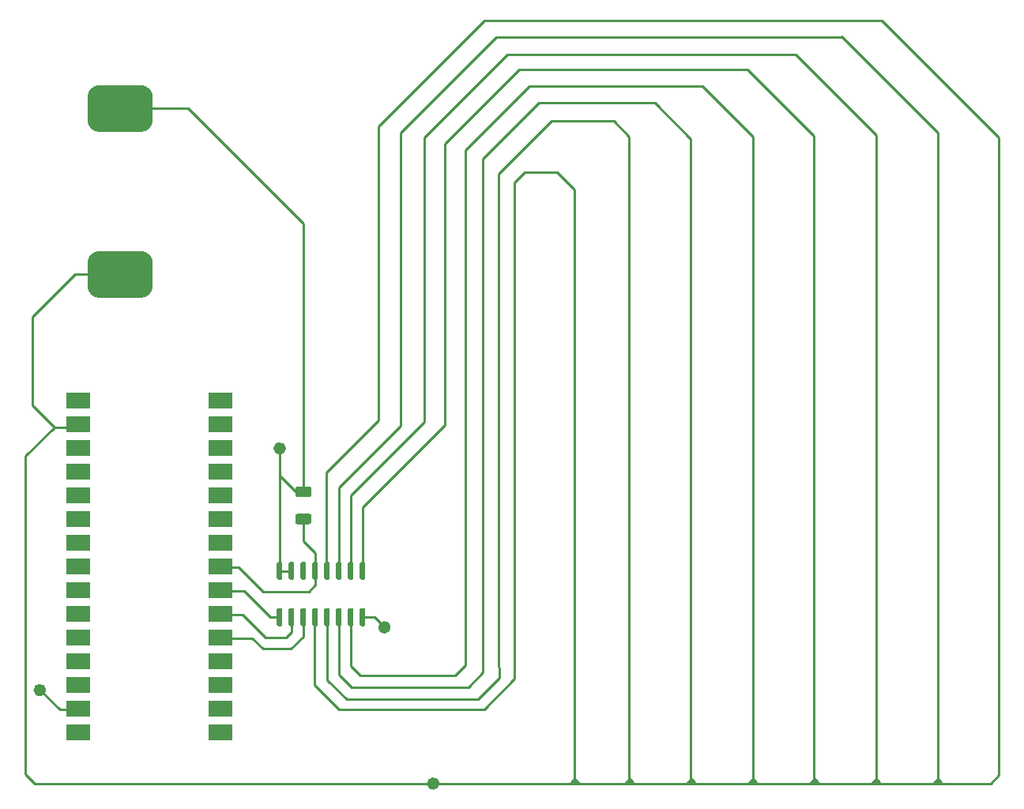
<source format=gbr>
%TF.GenerationSoftware,KiCad,Pcbnew,(6.0.7)*%
%TF.CreationDate,2022-11-27T12:30:43-05:00*%
%TF.ProjectId,single_layer_prototype,73696e67-6c65-45f6-9c61-7965725f7072,rev?*%
%TF.SameCoordinates,Original*%
%TF.FileFunction,Copper,L1,Top*%
%TF.FilePolarity,Positive*%
%FSLAX46Y46*%
G04 Gerber Fmt 4.6, Leading zero omitted, Abs format (unit mm)*
G04 Created by KiCad (PCBNEW (6.0.7)) date 2022-11-27 12:30:43*
%MOMM*%
%LPD*%
G01*
G04 APERTURE LIST*
%TA.AperFunction,NonConductor*%
%ADD10C,0.667961*%
%TD*%
%TA.AperFunction,SMDPad,CuDef*%
%ADD11R,2.500000X1.750000*%
%TD*%
%TA.AperFunction,ViaPad*%
%ADD12C,0.710000*%
%TD*%
%TA.AperFunction,Conductor*%
%ADD13C,0.250000*%
%TD*%
G04 APERTURE END LIST*
D10*
X112472209Y-86184868D02*
G75*
G03*
X112472209Y-86184868I-333980J0D01*
G01*
X123708170Y-105371029D02*
G75*
G03*
X123708170Y-105371029I-333980J0D01*
G01*
X86770180Y-112087410D02*
G75*
G03*
X86770180Y-112087410I-333980J0D01*
G01*
X128931409Y-122100468D02*
G75*
G03*
X128931409Y-122100468I-333980J0D01*
G01*
%TO.P,R1,1*%
%TO.N,GND*%
%TA.AperFunction,SMDPad,CuDef*%
G36*
G01*
X114053229Y-90265029D02*
X115303229Y-90265029D01*
G75*
G02*
X115553229Y-90515029I0J-250000D01*
G01*
X115553229Y-91140029D01*
G75*
G02*
X115303229Y-91390029I-250000J0D01*
G01*
X114053229Y-91390029D01*
G75*
G02*
X113803229Y-91140029I0J250000D01*
G01*
X113803229Y-90515029D01*
G75*
G02*
X114053229Y-90265029I250000J0D01*
G01*
G37*
%TD.AperFunction*%
%TO.P,R1,2*%
%TO.N,Net-(A1-Pad8)*%
%TA.AperFunction,SMDPad,CuDef*%
G36*
G01*
X114053229Y-93190029D02*
X115303229Y-93190029D01*
G75*
G02*
X115553229Y-93440029I0J-250000D01*
G01*
X115553229Y-94065029D01*
G75*
G02*
X115303229Y-94315029I-250000J0D01*
G01*
X114053229Y-94315029D01*
G75*
G02*
X113803229Y-94065029I0J250000D01*
G01*
X113803229Y-93440029D01*
G75*
G02*
X114053229Y-93190029I250000J0D01*
G01*
G37*
%TD.AperFunction*%
%TD*%
%TO.P,J1,1,Pin_1*%
%TO.N,GND*%
%TA.AperFunction,SMDPad,CuDef*%
G36*
G01*
X92794029Y-47270429D02*
X97294029Y-47270429D01*
G75*
G02*
X98544029Y-48520429I0J-1250000D01*
G01*
X98544029Y-51020429D01*
G75*
G02*
X97294029Y-52270429I-1250000J0D01*
G01*
X92794029Y-52270429D01*
G75*
G02*
X91544029Y-51020429I0J1250000D01*
G01*
X91544029Y-48520429D01*
G75*
G02*
X92794029Y-47270429I1250000J0D01*
G01*
G37*
%TD.AperFunction*%
%TO.P,J1,2,Pin_2*%
%TO.N,Net-(A1-Pad17)*%
%TA.AperFunction,SMDPad,CuDef*%
G36*
G01*
X92794029Y-65050429D02*
X97294029Y-65050429D01*
G75*
G02*
X98544029Y-66300429I0J-1250000D01*
G01*
X98544029Y-68800429D01*
G75*
G02*
X97294029Y-70050429I-1250000J0D01*
G01*
X92794029Y-70050429D01*
G75*
G02*
X91544029Y-68800429I0J1250000D01*
G01*
X91544029Y-66300429D01*
G75*
G02*
X92794029Y-65050429I1250000J0D01*
G01*
G37*
%TD.AperFunction*%
%TD*%
%TO.P,U1,1,D3*%
%TO.N,unconnected-(U1-Pad1)*%
%TA.AperFunction,SMDPad,CuDef*%
G36*
G01*
X120878229Y-98339629D02*
X121178229Y-98339629D01*
G75*
G02*
X121328229Y-98489629I0J-150000D01*
G01*
X121328229Y-100139629D01*
G75*
G02*
X121178229Y-100289629I-150000J0D01*
G01*
X120878229Y-100289629D01*
G75*
G02*
X120728229Y-100139629I0J150000D01*
G01*
X120728229Y-98489629D01*
G75*
G02*
X120878229Y-98339629I150000J0D01*
G01*
G37*
%TD.AperFunction*%
%TO.P,U1,2,D2*%
%TO.N,unconnected-(U1-Pad2)*%
%TA.AperFunction,SMDPad,CuDef*%
G36*
G01*
X119608229Y-98339629D02*
X119908229Y-98339629D01*
G75*
G02*
X120058229Y-98489629I0J-150000D01*
G01*
X120058229Y-100139629D01*
G75*
G02*
X119908229Y-100289629I-150000J0D01*
G01*
X119608229Y-100289629D01*
G75*
G02*
X119458229Y-100139629I0J150000D01*
G01*
X119458229Y-98489629D01*
G75*
G02*
X119608229Y-98339629I150000J0D01*
G01*
G37*
%TD.AperFunction*%
%TO.P,U1,3,D1*%
%TO.N,unconnected-(U1-Pad3)*%
%TA.AperFunction,SMDPad,CuDef*%
G36*
G01*
X118338229Y-98339629D02*
X118638229Y-98339629D01*
G75*
G02*
X118788229Y-98489629I0J-150000D01*
G01*
X118788229Y-100139629D01*
G75*
G02*
X118638229Y-100289629I-150000J0D01*
G01*
X118338229Y-100289629D01*
G75*
G02*
X118188229Y-100139629I0J150000D01*
G01*
X118188229Y-98489629D01*
G75*
G02*
X118338229Y-98339629I150000J0D01*
G01*
G37*
%TD.AperFunction*%
%TO.P,U1,4,D0*%
%TO.N,unconnected-(U1-Pad4)*%
%TA.AperFunction,SMDPad,CuDef*%
G36*
G01*
X117068229Y-98339629D02*
X117368229Y-98339629D01*
G75*
G02*
X117518229Y-98489629I0J-150000D01*
G01*
X117518229Y-100139629D01*
G75*
G02*
X117368229Y-100289629I-150000J0D01*
G01*
X117068229Y-100289629D01*
G75*
G02*
X116918229Y-100139629I0J150000D01*
G01*
X116918229Y-98489629D01*
G75*
G02*
X117068229Y-98339629I150000J0D01*
G01*
G37*
%TD.AperFunction*%
%TO.P,U1,5,Y*%
%TO.N,Net-(A1-Pad8)*%
%TA.AperFunction,SMDPad,CuDef*%
G36*
G01*
X115798229Y-98339629D02*
X116098229Y-98339629D01*
G75*
G02*
X116248229Y-98489629I0J-150000D01*
G01*
X116248229Y-100139629D01*
G75*
G02*
X116098229Y-100289629I-150000J0D01*
G01*
X115798229Y-100289629D01*
G75*
G02*
X115648229Y-100139629I0J150000D01*
G01*
X115648229Y-98489629D01*
G75*
G02*
X115798229Y-98339629I150000J0D01*
G01*
G37*
%TD.AperFunction*%
%TO.P,U1,6,W*%
%TO.N,unconnected-(U1-Pad6)*%
%TA.AperFunction,SMDPad,CuDef*%
G36*
G01*
X114528229Y-98339629D02*
X114828229Y-98339629D01*
G75*
G02*
X114978229Y-98489629I0J-150000D01*
G01*
X114978229Y-100139629D01*
G75*
G02*
X114828229Y-100289629I-150000J0D01*
G01*
X114528229Y-100289629D01*
G75*
G02*
X114378229Y-100139629I0J150000D01*
G01*
X114378229Y-98489629D01*
G75*
G02*
X114528229Y-98339629I150000J0D01*
G01*
G37*
%TD.AperFunction*%
%TO.P,U1,7,G'*%
%TO.N,GND*%
%TA.AperFunction,SMDPad,CuDef*%
G36*
G01*
X113258229Y-98339629D02*
X113558229Y-98339629D01*
G75*
G02*
X113708229Y-98489629I0J-150000D01*
G01*
X113708229Y-100139629D01*
G75*
G02*
X113558229Y-100289629I-150000J0D01*
G01*
X113258229Y-100289629D01*
G75*
G02*
X113108229Y-100139629I0J150000D01*
G01*
X113108229Y-98489629D01*
G75*
G02*
X113258229Y-98339629I150000J0D01*
G01*
G37*
%TD.AperFunction*%
%TO.P,U1,8,GND*%
%TA.AperFunction,SMDPad,CuDef*%
G36*
G01*
X111988229Y-98339629D02*
X112288229Y-98339629D01*
G75*
G02*
X112438229Y-98489629I0J-150000D01*
G01*
X112438229Y-100139629D01*
G75*
G02*
X112288229Y-100289629I-150000J0D01*
G01*
X111988229Y-100289629D01*
G75*
G02*
X111838229Y-100139629I0J150000D01*
G01*
X111838229Y-98489629D01*
G75*
G02*
X111988229Y-98339629I150000J0D01*
G01*
G37*
%TD.AperFunction*%
%TO.P,U1,9,C*%
%TO.N,Net-(A1-Pad7)*%
%TA.AperFunction,SMDPad,CuDef*%
G36*
G01*
X111988229Y-103289629D02*
X112288229Y-103289629D01*
G75*
G02*
X112438229Y-103439629I0J-150000D01*
G01*
X112438229Y-105089629D01*
G75*
G02*
X112288229Y-105239629I-150000J0D01*
G01*
X111988229Y-105239629D01*
G75*
G02*
X111838229Y-105089629I0J150000D01*
G01*
X111838229Y-103439629D01*
G75*
G02*
X111988229Y-103289629I150000J0D01*
G01*
G37*
%TD.AperFunction*%
%TO.P,U1,10,B*%
%TO.N,Net-(A1-Pad6)*%
%TA.AperFunction,SMDPad,CuDef*%
G36*
G01*
X113258229Y-103289629D02*
X113558229Y-103289629D01*
G75*
G02*
X113708229Y-103439629I0J-150000D01*
G01*
X113708229Y-105089629D01*
G75*
G02*
X113558229Y-105239629I-150000J0D01*
G01*
X113258229Y-105239629D01*
G75*
G02*
X113108229Y-105089629I0J150000D01*
G01*
X113108229Y-103439629D01*
G75*
G02*
X113258229Y-103289629I150000J0D01*
G01*
G37*
%TD.AperFunction*%
%TO.P,U1,11,A*%
%TO.N,Net-(A1-Pad5)*%
%TA.AperFunction,SMDPad,CuDef*%
G36*
G01*
X114528229Y-103289629D02*
X114828229Y-103289629D01*
G75*
G02*
X114978229Y-103439629I0J-150000D01*
G01*
X114978229Y-105089629D01*
G75*
G02*
X114828229Y-105239629I-150000J0D01*
G01*
X114528229Y-105239629D01*
G75*
G02*
X114378229Y-105089629I0J150000D01*
G01*
X114378229Y-103439629D01*
G75*
G02*
X114528229Y-103289629I150000J0D01*
G01*
G37*
%TD.AperFunction*%
%TO.P,U1,12,D7*%
%TO.N,unconnected-(U1-Pad12)*%
%TA.AperFunction,SMDPad,CuDef*%
G36*
G01*
X115798229Y-103289629D02*
X116098229Y-103289629D01*
G75*
G02*
X116248229Y-103439629I0J-150000D01*
G01*
X116248229Y-105089629D01*
G75*
G02*
X116098229Y-105239629I-150000J0D01*
G01*
X115798229Y-105239629D01*
G75*
G02*
X115648229Y-105089629I0J150000D01*
G01*
X115648229Y-103439629D01*
G75*
G02*
X115798229Y-103289629I150000J0D01*
G01*
G37*
%TD.AperFunction*%
%TO.P,U1,13,D6*%
%TO.N,unconnected-(U1-Pad13)*%
%TA.AperFunction,SMDPad,CuDef*%
G36*
G01*
X117068229Y-103289629D02*
X117368229Y-103289629D01*
G75*
G02*
X117518229Y-103439629I0J-150000D01*
G01*
X117518229Y-105089629D01*
G75*
G02*
X117368229Y-105239629I-150000J0D01*
G01*
X117068229Y-105239629D01*
G75*
G02*
X116918229Y-105089629I0J150000D01*
G01*
X116918229Y-103439629D01*
G75*
G02*
X117068229Y-103289629I150000J0D01*
G01*
G37*
%TD.AperFunction*%
%TO.P,U1,14,D5*%
%TO.N,unconnected-(U1-Pad14)*%
%TA.AperFunction,SMDPad,CuDef*%
G36*
G01*
X118338229Y-103289629D02*
X118638229Y-103289629D01*
G75*
G02*
X118788229Y-103439629I0J-150000D01*
G01*
X118788229Y-105089629D01*
G75*
G02*
X118638229Y-105239629I-150000J0D01*
G01*
X118338229Y-105239629D01*
G75*
G02*
X118188229Y-105089629I0J150000D01*
G01*
X118188229Y-103439629D01*
G75*
G02*
X118338229Y-103289629I150000J0D01*
G01*
G37*
%TD.AperFunction*%
%TO.P,U1,15,D4*%
%TO.N,unconnected-(U1-Pad15)*%
%TA.AperFunction,SMDPad,CuDef*%
G36*
G01*
X119608229Y-103289629D02*
X119908229Y-103289629D01*
G75*
G02*
X120058229Y-103439629I0J-150000D01*
G01*
X120058229Y-105089629D01*
G75*
G02*
X119908229Y-105239629I-150000J0D01*
G01*
X119608229Y-105239629D01*
G75*
G02*
X119458229Y-105089629I0J150000D01*
G01*
X119458229Y-103439629D01*
G75*
G02*
X119608229Y-103289629I150000J0D01*
G01*
G37*
%TD.AperFunction*%
%TO.P,U1,16,Vcc*%
%TO.N,Net-(A1-Pad17)*%
%TA.AperFunction,SMDPad,CuDef*%
G36*
G01*
X120878229Y-103289629D02*
X121178229Y-103289629D01*
G75*
G02*
X121328229Y-103439629I0J-150000D01*
G01*
X121328229Y-105089629D01*
G75*
G02*
X121178229Y-105239629I-150000J0D01*
G01*
X120878229Y-105239629D01*
G75*
G02*
X120728229Y-105089629I0J150000D01*
G01*
X120728229Y-103439629D01*
G75*
G02*
X120878229Y-103289629I150000J0D01*
G01*
G37*
%TD.AperFunction*%
%TD*%
D11*
%TO.P,A1,1,D1/TX*%
%TO.N,unconnected-(A1-Pad1)*%
X105778229Y-116648629D03*
%TO.P,A1,2,D0/RX*%
%TO.N,unconnected-(A1-Pad2)*%
X105778229Y-114108629D03*
%TO.P,A1,3,~{RESET}*%
%TO.N,unconnected-(A1-Pad3)*%
X105778229Y-111568629D03*
%TO.P,A1,4,GND*%
%TO.N,GND*%
X105778229Y-109028629D03*
%TO.P,A1,5,D2*%
%TO.N,Net-(A1-Pad5)*%
X105778229Y-106488629D03*
%TO.P,A1,6,D3*%
%TO.N,Net-(A1-Pad6)*%
X105778229Y-103948629D03*
%TO.P,A1,7,D4*%
%TO.N,Net-(A1-Pad7)*%
X105778229Y-101408629D03*
%TO.P,A1,8,D5*%
%TO.N,Net-(A1-Pad8)*%
X105778229Y-98868629D03*
%TO.P,A1,9,D6*%
%TO.N,unconnected-(A1-Pad9)*%
X105778229Y-96328629D03*
%TO.P,A1,10,D7*%
%TO.N,unconnected-(A1-Pad10)*%
X105778229Y-93788629D03*
%TO.P,A1,11,D8*%
%TO.N,unconnected-(A1-Pad11)*%
X105778229Y-91248629D03*
%TO.P,A1,12,D9*%
%TO.N,unconnected-(A1-Pad12)*%
X105778229Y-88708629D03*
%TO.P,A1,13,D10*%
%TO.N,unconnected-(A1-Pad13)*%
X105778229Y-86168629D03*
%TO.P,A1,14,D11*%
%TO.N,unconnected-(A1-Pad14)*%
X105778229Y-83628629D03*
%TO.P,A1,15,D12*%
%TO.N,unconnected-(A1-Pad15)*%
X105778229Y-81088629D03*
%TO.P,A1,16,D13*%
%TO.N,unconnected-(A1-Pad16)*%
X90538229Y-81088629D03*
%TO.P,A1,17,3V3*%
%TO.N,Net-(A1-Pad17)*%
X90538229Y-83628629D03*
%TO.P,A1,18,AREF*%
%TO.N,unconnected-(A1-Pad18)*%
X90538229Y-86168629D03*
%TO.P,A1,19,A0*%
%TO.N,unconnected-(A1-Pad19)*%
X90538229Y-88708629D03*
%TO.P,A1,20,A1*%
%TO.N,unconnected-(A1-Pad20)*%
X90538229Y-91248629D03*
%TO.P,A1,21,A2*%
%TO.N,unconnected-(A1-Pad21)*%
X90538229Y-93788629D03*
%TO.P,A1,22,A3*%
%TO.N,unconnected-(A1-Pad22)*%
X90538229Y-96328629D03*
%TO.P,A1,23,A4*%
%TO.N,unconnected-(A1-Pad23)*%
X90538229Y-98868629D03*
%TO.P,A1,24,A5*%
%TO.N,unconnected-(A1-Pad24)*%
X90538229Y-101408629D03*
%TO.P,A1,25,A6*%
%TO.N,unconnected-(A1-Pad25)*%
X90538229Y-103948629D03*
%TO.P,A1,26,A7*%
%TO.N,unconnected-(A1-Pad26)*%
X90538229Y-106488629D03*
%TO.P,A1,27,+5V*%
%TO.N,unconnected-(A1-Pad27)*%
X90538229Y-109028629D03*
%TO.P,A1,28,~{RESET}*%
%TO.N,unconnected-(A1-Pad28)*%
X90538229Y-111568629D03*
%TO.P,A1,29,GND*%
%TO.N,GND*%
X90538229Y-114108629D03*
%TO.P,A1,30,VIN*%
%TO.N,unconnected-(A1-Pad30)*%
X90538229Y-116648629D03*
%TD*%
D12*
%TO.N,*%
X123374190Y-105371029D03*
X86436200Y-112087410D03*
X112138229Y-86184868D03*
X128597429Y-122100468D03*
%TD*%
D13*
%TO.N,Net-(A1-Pad17)*%
X85674200Y-72059800D02*
X90183571Y-67550429D01*
X88008229Y-83908029D02*
X85674200Y-81574000D01*
X85674200Y-81574000D02*
X85674200Y-72059800D01*
X90183571Y-67550429D02*
X95044029Y-67550429D01*
%TO.N,GND*%
X112163629Y-99314629D02*
X113433629Y-99314629D01*
X112138229Y-89089629D02*
X112138229Y-86117829D01*
X114678229Y-62089429D02*
X114678229Y-90827529D01*
X113876129Y-90827529D02*
X112138229Y-89089629D01*
X114678229Y-90827529D02*
X113876129Y-90827529D01*
X95044029Y-49770429D02*
X102359229Y-49770429D01*
X102359229Y-49770429D02*
X114678229Y-62089429D01*
X112138229Y-99314629D02*
X112138229Y-89089629D01*
X88595200Y-114179371D02*
X86436200Y-112020371D01*
X89357200Y-114179371D02*
X88595200Y-114179371D01*
%TO.N,Net-(A1-Pad8)*%
X115948229Y-99716780D02*
X115948229Y-100799029D01*
X115973629Y-99314629D02*
X115973629Y-99691380D01*
X115948229Y-99314629D02*
X115948229Y-97395429D01*
X114678229Y-96125429D02*
X114678229Y-93752529D01*
X115237029Y-101510229D02*
X110385629Y-101510229D01*
X107769429Y-98894029D02*
X105854429Y-98894029D01*
X110385629Y-101510229D02*
X107769429Y-98894029D01*
X115973629Y-99691380D02*
X115948229Y-99716780D01*
X115948229Y-100799029D02*
X115237029Y-101510229D01*
X115948229Y-97395429D02*
X114678229Y-96125429D01*
%TO.N,Net-(A1-Pad5)*%
X114678229Y-106361629D02*
X113357429Y-107682429D01*
X109191829Y-106514029D02*
X105854429Y-106514029D01*
X110360229Y-107682429D02*
X109191829Y-106514029D01*
X114678229Y-104239229D02*
X114678229Y-106361629D01*
X113357429Y-107682429D02*
X110360229Y-107682429D01*
%TO.N,Net-(A1-Pad6)*%
X113408229Y-105904429D02*
X112849429Y-106463229D01*
X113408229Y-104239229D02*
X113408229Y-105904429D01*
X112849429Y-106463229D02*
X110639629Y-106463229D01*
X108150429Y-103974029D02*
X105854429Y-103974029D01*
X110639629Y-106463229D02*
X108150429Y-103974029D01*
%TO.N,Net-(A1-Pad7)*%
X111108029Y-104239229D02*
X108302829Y-101434029D01*
X112138229Y-104239229D02*
X111108029Y-104239229D01*
X108302829Y-101434029D02*
X105854429Y-101434029D01*
%TO.N,Net-(A1-Pad17)*%
X118488229Y-114159429D02*
X115897429Y-111568629D01*
X144012458Y-121988087D02*
X143504458Y-121988087D01*
X135633229Y-109612829D02*
X135684029Y-109663629D01*
X119834429Y-111771829D02*
X118462829Y-110400229D01*
X137309629Y-57669829D02*
X137309629Y-110882829D01*
X176775404Y-40316171D02*
X134112000Y-40316171D01*
X133931429Y-110197029D02*
X132356629Y-111771829D01*
X135331200Y-42119571D02*
X133549085Y-43901685D01*
X162842087Y-122115087D02*
X162862029Y-122095145D01*
X136525000Y-43999171D02*
X134069786Y-46454386D01*
X156486629Y-121982629D02*
X155978629Y-121982629D01*
X125092229Y-83806429D02*
X118488229Y-90410429D01*
X141300200Y-51085771D02*
X140411200Y-51974771D01*
X176043790Y-121643361D02*
X176043790Y-52580761D01*
X125092229Y-52358541D02*
X125092229Y-83806429D01*
X84912200Y-87004058D02*
X88008229Y-83908029D01*
X143761229Y-58457229D02*
X141856229Y-56552229D01*
X156232629Y-121601629D02*
X156613629Y-121982629D01*
X143377458Y-121988087D02*
X143758458Y-121607087D01*
X152321029Y-49155371D02*
X139903200Y-49155371D01*
X169567629Y-121855629D02*
X169313629Y-122109629D01*
X149628629Y-121855629D02*
X149374629Y-122109629D01*
X139645085Y-49413485D02*
X138734800Y-50323771D01*
X182674029Y-121665087D02*
X182648629Y-121665087D01*
X143758458Y-121861087D02*
X143504458Y-122115087D01*
X137309629Y-110882829D02*
X134033029Y-114159429D01*
X141856229Y-56552229D02*
X138427229Y-56552229D01*
X118462829Y-110400229D02*
X118462829Y-104278829D01*
X169440629Y-121601629D02*
X169821629Y-121982629D01*
X135633229Y-56755429D02*
X135633229Y-109612829D01*
X182648629Y-121601629D02*
X183029629Y-121982629D01*
X162306000Y-45573971D02*
X137820400Y-45573971D01*
X176673804Y-40358375D02*
X189204600Y-52889171D01*
X134033029Y-114159429D02*
X118488229Y-114159429D01*
X189201829Y-121220629D02*
X188312829Y-122109629D01*
X143631458Y-121988087D02*
X143758458Y-121861087D01*
X143761229Y-121601629D02*
X143761229Y-58457229D01*
X143758458Y-121607087D02*
X144139458Y-121988087D01*
X134069786Y-46454386D02*
X127632229Y-52891943D01*
X188312829Y-122109629D02*
X85892829Y-122109629D01*
X132356629Y-111771829D02*
X119834429Y-111771829D01*
X176044629Y-121665087D02*
X176050151Y-121665087D01*
X156210000Y-121926371D02*
X156210000Y-53044342D01*
X134069786Y-46454386D02*
X133654800Y-46869371D01*
X134112000Y-40316171D02*
X131974285Y-42453885D01*
X127632229Y-83323829D02*
X119758229Y-91197829D01*
X121028229Y-92493229D02*
X121028229Y-99224229D01*
X182648629Y-121855629D02*
X182394629Y-122109629D01*
X136762185Y-46632185D02*
X135407400Y-47986971D01*
X138427229Y-56552229D02*
X137309629Y-57669829D01*
X183029629Y-121982629D02*
X182521629Y-121982629D01*
X131974285Y-42453885D02*
X131013200Y-43414971D01*
X172262800Y-42119571D02*
X135331200Y-42119571D01*
X163217629Y-121982629D02*
X162709629Y-121982629D01*
X122284029Y-104264629D02*
X123390429Y-105371029D01*
X149628629Y-121601629D02*
X150009629Y-121982629D01*
X162709629Y-121982629D02*
X162836629Y-121855629D01*
X122755429Y-51672741D02*
X122755429Y-83146029D01*
X175917629Y-121982629D02*
X176044629Y-121855629D01*
X176043790Y-52580761D02*
X167462200Y-43999171D01*
X129816629Y-83704829D02*
X121028229Y-92493229D01*
X133549085Y-43901685D02*
X132130800Y-45319971D01*
X136762185Y-46632185D02*
X129816629Y-53577741D01*
X84912200Y-121129000D02*
X84912200Y-87004058D01*
X189204600Y-52889171D02*
X189204600Y-121164371D01*
X172360112Y-42039083D02*
X182651400Y-52330371D01*
X155851629Y-121982629D02*
X156232629Y-121601629D01*
X132051829Y-54187341D02*
X132051829Y-109409629D01*
X162839400Y-122089687D02*
X162839400Y-52750804D01*
X133372629Y-113092629D02*
X119301029Y-113092629D01*
X162836629Y-121601629D02*
X163217629Y-121982629D01*
X182651400Y-52330371D02*
X182651400Y-121659629D01*
X135684029Y-109663629D02*
X135684029Y-110781229D01*
X137600385Y-48638785D02*
X137160000Y-49079171D01*
X182521629Y-121982629D02*
X182648629Y-121855629D01*
X149501629Y-121982629D02*
X149628629Y-121855629D01*
X157415167Y-47326571D02*
X138912600Y-47326571D01*
X119758229Y-91197829D02*
X119758229Y-99224229D01*
X149584888Y-121498859D02*
X149584888Y-52741059D01*
X149247629Y-121982629D02*
X149628629Y-121601629D01*
X176298629Y-121982629D02*
X175790629Y-121982629D01*
X133549085Y-43901685D02*
X125092229Y-52358541D01*
X88008229Y-83908029D02*
X89813629Y-83908029D01*
X156210000Y-53044342D02*
X152321029Y-49155371D01*
X118488229Y-90410429D02*
X118488229Y-99224229D01*
X132051829Y-109409629D02*
X130934229Y-110527229D01*
X140411200Y-51974771D02*
X140411200Y-51977458D01*
X127632229Y-52891943D02*
X127632229Y-83323829D01*
X117167429Y-88734029D02*
X117167429Y-99224229D01*
X156105629Y-121982629D02*
X156232629Y-121855629D01*
X176044629Y-121601629D02*
X176425629Y-121982629D01*
X119301029Y-113092629D02*
X117243629Y-111035229D01*
X133931429Y-55127141D02*
X133931429Y-110197029D01*
X122755429Y-83146029D02*
X117167429Y-88734029D01*
X85892829Y-122109629D02*
X84912200Y-121129000D01*
X156232629Y-121855629D02*
X155978629Y-122109629D01*
X149882629Y-121982629D02*
X149374629Y-121982629D01*
X162963629Y-121855629D02*
X162709629Y-122109629D01*
X138912600Y-47326571D02*
X137600385Y-48638785D01*
X140411200Y-51977458D02*
X135633229Y-56755429D01*
X176050151Y-121665087D02*
X176066419Y-121648819D01*
X119783629Y-109536629D02*
X119783629Y-104278829D01*
X147929600Y-51085771D02*
X141300200Y-51085771D01*
X176171629Y-121855629D02*
X175917629Y-122109629D01*
X139903200Y-49155371D02*
X139645085Y-49413485D01*
X137600385Y-48638785D02*
X132051829Y-54187341D01*
X182267629Y-121982629D02*
X182648629Y-121601629D01*
X169694629Y-121982629D02*
X169186629Y-121982629D01*
X169418000Y-121570771D02*
X169418000Y-52685971D01*
X143758458Y-121657887D02*
X143762746Y-121653599D01*
X121028229Y-104264629D02*
X122284029Y-104264629D01*
X162839400Y-52750804D02*
X157415167Y-47326571D01*
X131974285Y-42453885D02*
X122755429Y-51672741D01*
X169059629Y-121982629D02*
X169440629Y-121601629D01*
X137820400Y-45573971D02*
X136762185Y-46632185D01*
X169313629Y-121982629D02*
X169440629Y-121855629D01*
X175663629Y-121982629D02*
X176044629Y-121601629D01*
X117243629Y-111035229D02*
X117243629Y-104278829D01*
X130934229Y-110527229D02*
X120774229Y-110527229D01*
X129816629Y-53577741D02*
X129816629Y-83704829D01*
X162455629Y-121982629D02*
X162836629Y-121601629D01*
X120774229Y-110527229D02*
X119783629Y-109536629D01*
X167462200Y-43999171D02*
X136525000Y-43999171D01*
X115897429Y-111568629D02*
X115897429Y-104278829D01*
X169418000Y-52685971D02*
X162306000Y-45573971D01*
X135684029Y-110781229D02*
X133372629Y-113092629D01*
X139645085Y-49413485D02*
X133931429Y-55127141D01*
X149584888Y-52741059D02*
X147929600Y-51085771D01*
%TD*%
M02*

</source>
